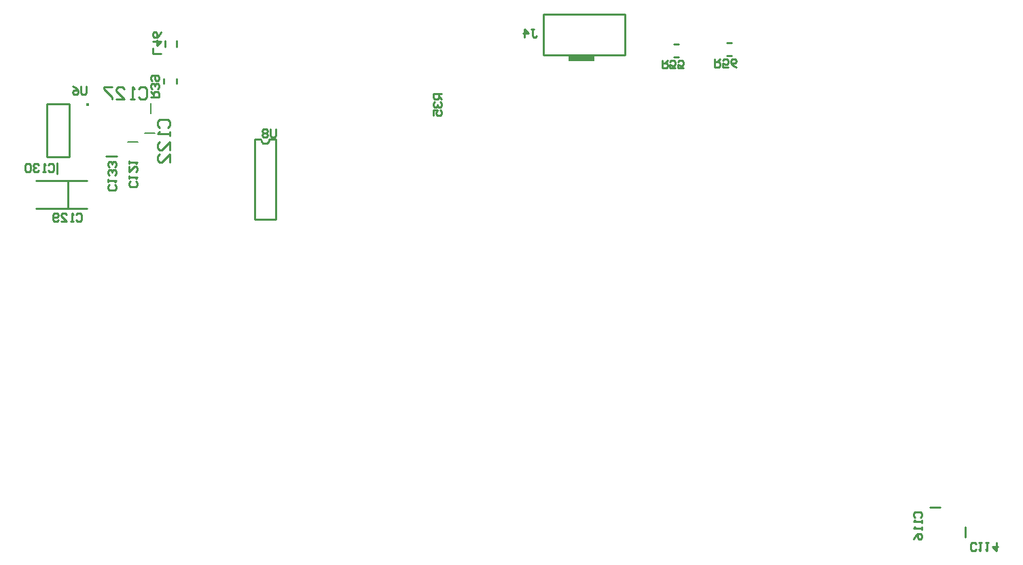
<source format=gbo>
G04*
G04 #@! TF.GenerationSoftware,Altium Limited,Altium Designer,19.1.8 (144)*
G04*
G04 Layer_Color=32896*
%FSLAX25Y25*%
%MOIN*%
G70*
G01*
G75*
%ADD11C,0.01000*%
%ADD13C,0.00787*%
%ADD126R,0.13000X0.03000*%
G36*
X163846Y-68528D02*
X163857Y-68395D01*
X163892Y-68265D01*
X163949Y-68143D01*
X164026Y-68033D01*
X164122Y-67938D01*
X164232Y-67861D01*
X164354Y-67804D01*
X164483Y-67770D01*
X164617Y-67758D01*
X164752Y-67770D01*
X164882Y-67804D01*
X165003Y-67861D01*
X165113Y-67938D01*
X165209Y-68033D01*
X165286Y-68143D01*
X165342Y-68265D01*
X165377Y-68395D01*
X165389Y-68528D01*
X165377Y-68662D01*
X165342Y-68792D01*
X165286Y-68913D01*
X165209Y-69023D01*
X165113Y-69118D01*
X165003Y-69195D01*
X164882Y-69252D01*
X164752Y-69287D01*
X164617Y-69298D01*
X164483Y-69287D01*
X164354Y-69252D01*
X164232Y-69195D01*
X164122Y-69118D01*
X164026Y-69023D01*
X163949Y-68913D01*
X163892Y-68792D01*
X163857Y-68662D01*
X163846Y-68528D01*
D01*
D02*
G37*
D11*
X249745Y-85725D02*
X250009Y-86709D01*
X250730Y-87430D01*
X251715Y-87694D01*
X252699Y-87430D01*
X253420Y-86709D01*
X253684Y-85725D01*
X202585Y-40245D02*
Y-37095D01*
X208097Y-40245D02*
Y-37095D01*
X139313Y-105857D02*
X164118D01*
X139313Y-119636D02*
X164118D01*
X154867D02*
Y-105857D01*
X149487Y-102506D02*
Y-97391D01*
X155693Y-94407D02*
Y-68424D01*
X144669Y-94407D02*
Y-68424D01*
Y-94407D02*
X155693D01*
X144669Y-68424D02*
X155693D01*
X388196Y-24358D02*
X428196D01*
X388196Y-44358D02*
Y-24358D01*
Y-44358D02*
X428196D01*
Y-24358D01*
X452322Y-45147D02*
X454678D01*
X452322Y-38853D02*
X454678D01*
X246596Y-85726D02*
X249745D01*
X253684D02*
X256834D01*
X246596Y-125093D02*
X256834D01*
X246596D02*
Y-85726D01*
X256834Y-125093D02*
Y-85726D01*
X577943Y-266412D02*
X583057D01*
X595412Y-281057D02*
Y-275943D01*
X208308Y-58232D02*
Y-55876D01*
X202015Y-58232D02*
Y-55876D01*
X478322Y-38353D02*
X480678D01*
X478322Y-44646D02*
X480678D01*
X173683Y-94025D02*
X178797D01*
X189501Y-61002D02*
X190501Y-60002D01*
X192500D01*
X193500Y-61002D01*
Y-65000D01*
X192500Y-66000D01*
X190501D01*
X189501Y-65000D01*
X187502Y-66000D02*
X185503D01*
X186502D01*
Y-60002D01*
X187502Y-61002D01*
X178505Y-66000D02*
X182504D01*
X178505Y-62001D01*
Y-61002D01*
X179505Y-60002D01*
X181504D01*
X182504Y-61002D01*
X176505Y-60002D02*
X172507D01*
Y-61002D01*
X176505Y-65000D01*
Y-66000D01*
X200002Y-79999D02*
X199002Y-78999D01*
Y-77000D01*
X200002Y-76000D01*
X204000D01*
X205000Y-77000D01*
Y-78999D01*
X204000Y-79999D01*
X205000Y-81998D02*
Y-83997D01*
Y-82998D01*
X199002D01*
X200002Y-81998D01*
X205000Y-90995D02*
Y-86996D01*
X201001Y-90995D01*
X200002D01*
X199002Y-89995D01*
Y-87996D01*
X200002Y-86996D01*
X205000Y-96993D02*
Y-92994D01*
X201001Y-96993D01*
X200002D01*
X199002Y-95994D01*
Y-93994D01*
X200002Y-92994D01*
X382116Y-31643D02*
X383445D01*
X382780D01*
Y-34967D01*
X383445Y-35631D01*
X384110D01*
X384774Y-34967D01*
X378792Y-35631D02*
Y-31643D01*
X380786Y-33637D01*
X378128D01*
X164000Y-59512D02*
Y-62835D01*
X163335Y-63500D01*
X162006D01*
X161341Y-62835D01*
Y-59512D01*
X157353D02*
X158683Y-60177D01*
X160012Y-61506D01*
Y-62835D01*
X159347Y-63500D01*
X158018D01*
X157353Y-62835D01*
Y-62171D01*
X158018Y-61506D01*
X160012D01*
X145341Y-98177D02*
X146006Y-97512D01*
X147335D01*
X148000Y-98177D01*
Y-100835D01*
X147335Y-101500D01*
X146006D01*
X145341Y-100835D01*
X144012Y-101500D02*
X142683D01*
X143347D01*
Y-97512D01*
X144012Y-98177D01*
X140689D02*
X140024Y-97512D01*
X138694D01*
X138030Y-98177D01*
Y-98841D01*
X138694Y-99506D01*
X139359D01*
X138694D01*
X138030Y-100171D01*
Y-100835D01*
X138694Y-101500D01*
X140024D01*
X140689Y-100835D01*
X136700Y-98177D02*
X136036Y-97512D01*
X134706D01*
X134042Y-98177D01*
Y-100835D01*
X134706Y-101500D01*
X136036D01*
X136700Y-100835D01*
Y-98177D01*
X158945Y-122667D02*
X159610Y-122002D01*
X160939D01*
X161604Y-122667D01*
Y-125326D01*
X160939Y-125990D01*
X159610D01*
X158945Y-125326D01*
X157616Y-125990D02*
X156286D01*
X156951D01*
Y-122002D01*
X157616Y-122667D01*
X151633Y-125990D02*
X154292D01*
X151633Y-123332D01*
Y-122667D01*
X152298Y-122002D01*
X153627D01*
X154292Y-122667D01*
X150304Y-125326D02*
X149639Y-125990D01*
X148310D01*
X147645Y-125326D01*
Y-122667D01*
X148310Y-122002D01*
X149639D01*
X150304Y-122667D01*
Y-123332D01*
X149639Y-123996D01*
X147645D01*
X446428Y-46770D02*
Y-50758D01*
X448422D01*
X449087Y-50093D01*
Y-48764D01*
X448422Y-48099D01*
X446428D01*
X447757D02*
X449087Y-46770D01*
X453075Y-50758D02*
X450416D01*
Y-48764D01*
X451746Y-49428D01*
X452410D01*
X453075Y-48764D01*
Y-47434D01*
X452410Y-46770D01*
X451081D01*
X450416Y-47434D01*
X457063Y-50758D02*
X454404D01*
Y-48764D01*
X455734Y-49428D01*
X456398D01*
X457063Y-48764D01*
Y-47434D01*
X456398Y-46770D01*
X455069D01*
X454404Y-47434D01*
X338155Y-63302D02*
X334167D01*
Y-65296D01*
X334832Y-65961D01*
X336161D01*
X336826Y-65296D01*
Y-63302D01*
Y-64631D02*
X338155Y-65961D01*
X334832Y-67290D02*
X334167Y-67955D01*
Y-69284D01*
X334832Y-69949D01*
X335497D01*
X336161Y-69284D01*
Y-68620D01*
Y-69284D01*
X336826Y-69949D01*
X337491D01*
X338155Y-69284D01*
Y-67955D01*
X337491Y-67290D01*
X334167Y-73937D02*
Y-71278D01*
X336161D01*
X335497Y-72608D01*
Y-73272D01*
X336161Y-73937D01*
X337491D01*
X338155Y-73272D01*
Y-71943D01*
X337491Y-71278D01*
X200488Y-43500D02*
X196500D01*
Y-40841D01*
Y-37518D02*
X200488D01*
X198494Y-39512D01*
Y-36853D01*
X200488Y-32865D02*
X199823Y-34194D01*
X198494Y-35524D01*
X197165D01*
X196500Y-34859D01*
Y-33530D01*
X197165Y-32865D01*
X197829D01*
X198494Y-33530D01*
Y-35524D01*
X256758Y-80511D02*
Y-83835D01*
X256093Y-84500D01*
X254764D01*
X254099Y-83835D01*
Y-80511D01*
X252770Y-81176D02*
X252105Y-80511D01*
X250776D01*
X250111Y-81176D01*
Y-81841D01*
X250776Y-82506D01*
X250111Y-83170D01*
Y-83835D01*
X250776Y-84500D01*
X252105D01*
X252770Y-83835D01*
Y-83170D01*
X252105Y-82506D01*
X252770Y-81841D01*
Y-81176D01*
X252105Y-82506D02*
X250776D01*
X570617Y-271389D02*
X569952Y-270724D01*
Y-269395D01*
X570617Y-268730D01*
X573276D01*
X573941Y-269395D01*
Y-270724D01*
X573276Y-271389D01*
X573941Y-272718D02*
Y-274048D01*
Y-273383D01*
X569952D01*
X570617Y-272718D01*
X573941Y-276042D02*
Y-277371D01*
Y-276707D01*
X569952D01*
X570617Y-276042D01*
X569952Y-282024D02*
X570617Y-280695D01*
X571946Y-279365D01*
X573276D01*
X573941Y-280030D01*
Y-281359D01*
X573276Y-282024D01*
X572611D01*
X571946Y-281359D01*
Y-279365D01*
X600659Y-286823D02*
X599994Y-287488D01*
X598665D01*
X598000Y-286823D01*
Y-284165D01*
X598665Y-283500D01*
X599994D01*
X600659Y-284165D01*
X601988Y-283500D02*
X603317D01*
X602653D01*
Y-287488D01*
X601988Y-286823D01*
X605311Y-283500D02*
X606641D01*
X605976D01*
Y-287488D01*
X605311Y-286823D01*
X610629Y-283500D02*
Y-287488D01*
X608635Y-285494D01*
X611294D01*
X195500Y-65000D02*
X199488D01*
Y-63006D01*
X198823Y-62341D01*
X197494D01*
X196829Y-63006D01*
Y-65000D01*
Y-63671D02*
X195500Y-62341D01*
X198823Y-61012D02*
X199488Y-60347D01*
Y-59018D01*
X198823Y-58353D01*
X198159D01*
X197494Y-59018D01*
Y-59683D01*
Y-59018D01*
X196829Y-58353D01*
X196165D01*
X195500Y-59018D01*
Y-60347D01*
X196165Y-61012D01*
Y-57024D02*
X195500Y-56359D01*
Y-55030D01*
X196165Y-54365D01*
X198823D01*
X199488Y-55030D01*
Y-56359D01*
X198823Y-57024D01*
X198159D01*
X197494Y-56359D01*
Y-54365D01*
X472331Y-46270D02*
Y-50258D01*
X474325D01*
X474990Y-49593D01*
Y-48264D01*
X474325Y-47599D01*
X472331D01*
X473660D02*
X474990Y-46270D01*
X478978Y-50258D02*
X476319D01*
Y-48264D01*
X477648Y-48928D01*
X478313D01*
X478978Y-48264D01*
Y-46934D01*
X478313Y-46270D01*
X476984D01*
X476319Y-46934D01*
X482966Y-50258D02*
X481636Y-49593D01*
X480307Y-48264D01*
Y-46934D01*
X480972Y-46270D01*
X482301D01*
X482966Y-46934D01*
Y-47599D01*
X482301Y-48264D01*
X480307D01*
X177823Y-107841D02*
X178488Y-108506D01*
Y-109835D01*
X177823Y-110500D01*
X175165D01*
X174500Y-109835D01*
Y-108506D01*
X175165Y-107841D01*
X174500Y-106512D02*
Y-105183D01*
Y-105847D01*
X178488D01*
X177823Y-106512D01*
Y-103189D02*
X178488Y-102524D01*
Y-101194D01*
X177823Y-100530D01*
X177159D01*
X176494Y-101194D01*
Y-101859D01*
Y-101194D01*
X175829Y-100530D01*
X175165D01*
X174500Y-101194D01*
Y-102524D01*
X175165Y-103189D01*
X177823Y-99200D02*
X178488Y-98536D01*
Y-97206D01*
X177823Y-96542D01*
X177159D01*
X176494Y-97206D01*
Y-97871D01*
Y-97206D01*
X175829Y-96542D01*
X175165D01*
X174500Y-97206D01*
Y-98536D01*
X175165Y-99200D01*
X188323Y-106341D02*
X188988Y-107006D01*
Y-108335D01*
X188323Y-109000D01*
X185665D01*
X185000Y-108335D01*
Y-107006D01*
X185665Y-106341D01*
X185000Y-105012D02*
Y-103682D01*
Y-104347D01*
X188988D01*
X188323Y-105012D01*
X185000Y-99030D02*
Y-101689D01*
X187659Y-99030D01*
X188323D01*
X188988Y-99694D01*
Y-101024D01*
X188323Y-101689D01*
X185000Y-97700D02*
Y-96371D01*
Y-97036D01*
X188988D01*
X188323Y-97700D01*
D13*
X195437Y-73059D02*
Y-67941D01*
X192441Y-82500D02*
X197559D01*
X184116Y-87037D02*
X189234D01*
D126*
X407000Y-46000D02*
D03*
M02*

</source>
